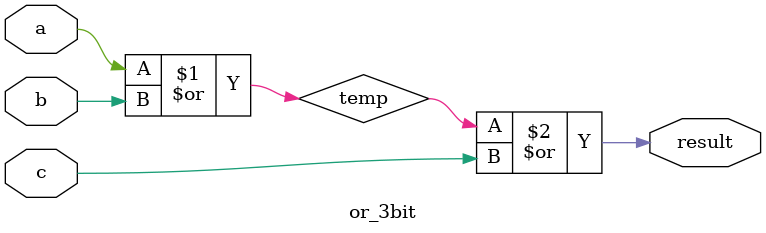
<source format=v>
module or_3bit(
output result,
input a,b,c);
or or1 (temp,a,b);
or or2 (result,temp,c);

endmodule 
</source>
